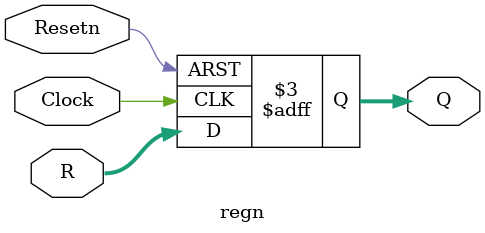
<source format=v>
module	Lab5_part2	(SW,	KEY,	HEX3,	HEX2,	HEX1,	HEX0);
    input	[7:0]	SW;
    input	[1:0]	KEY; //	Used	for	reset	and	enable	for	A_reg
    output	[0:6]	HEX3,	HEX2,	HEX1,	HEX0;
    wire	[7:0]	A,	B;
    //	instantiate	module	regn (R,	Clock,	Resetn,	Q);
    regn A_reg (SW,	KEY[1],	KEY[0],	A);
    assign	B	=	SW;
    //	drive	the	displays	through	7-seg	decoders
    hex7seg	digit_3	(A[7:4],	HEX3);
    hex7seg	digit_2	(A[3:0],	HEX2);
    hex7seg	digit_1	(B[7:4],	HEX1);
    hex7seg	digit_0	(B[3:0],	HEX0);
endmodule


module	regn (R,	Clock,	Resetn,	Q);
    parameter	n	=	8;
    input	[n-1:0]	R;
    input	Clock,	Resetn;
    output	[n-1:0]	Q;
    reg [n-1:0]	Q;
    always	@(posedge Clock	or	negedge Resetn)
        if	(Resetn ==	0)
            Q	<=	{n{1'b0}};
        else
            Q	<=	R;
endmodule
</source>
